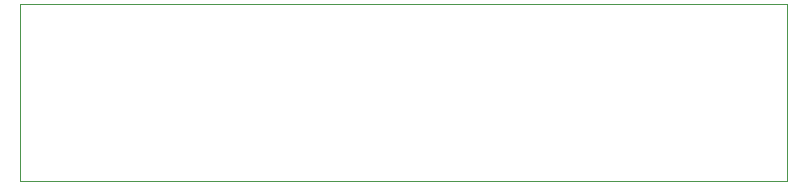
<source format=gbr>
%TF.GenerationSoftware,KiCad,Pcbnew,(5.1.6)-1*%
%TF.CreationDate,2020-08-23T19:38:51+02:00*%
%TF.ProjectId,opto-counter,6f70746f-2d63-46f7-956e-7465722e6b69,rev?*%
%TF.SameCoordinates,Original*%
%TF.FileFunction,Profile,NP*%
%FSLAX46Y46*%
G04 Gerber Fmt 4.6, Leading zero omitted, Abs format (unit mm)*
G04 Created by KiCad (PCBNEW (5.1.6)-1) date 2020-08-23 19:38:51*
%MOMM*%
%LPD*%
G01*
G04 APERTURE LIST*
%TA.AperFunction,Profile*%
%ADD10C,0.050000*%
%TD*%
G04 APERTURE END LIST*
D10*
X104000000Y-26000000D02*
X39000000Y-26000000D01*
X104000000Y-41000000D02*
X104000000Y-26000000D01*
X39000000Y-41000000D02*
X104000000Y-41000000D01*
X39000000Y-26000000D02*
X39000000Y-41000000D01*
M02*

</source>
